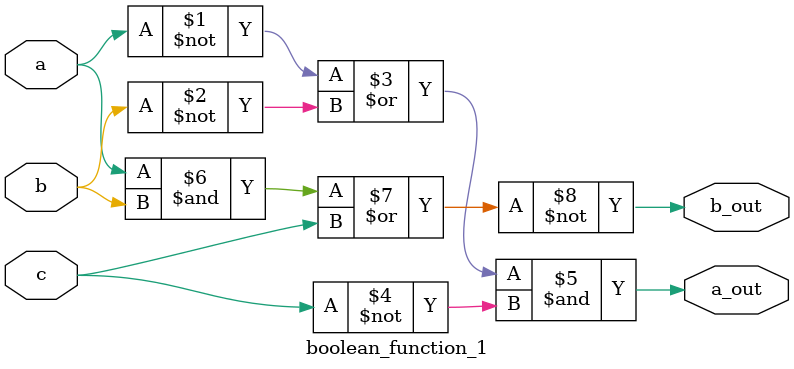
<source format=v>
`timescale 1ns / 1ps

module boolean_function_1(a, b, c, a_out, b_out);
    input a, b, c;
    output a_out, b_out;
    
    assign a_out = (~a | ~b) & ~c;
    assign b_out = ~((a & b) | c);

endmodule

</source>
